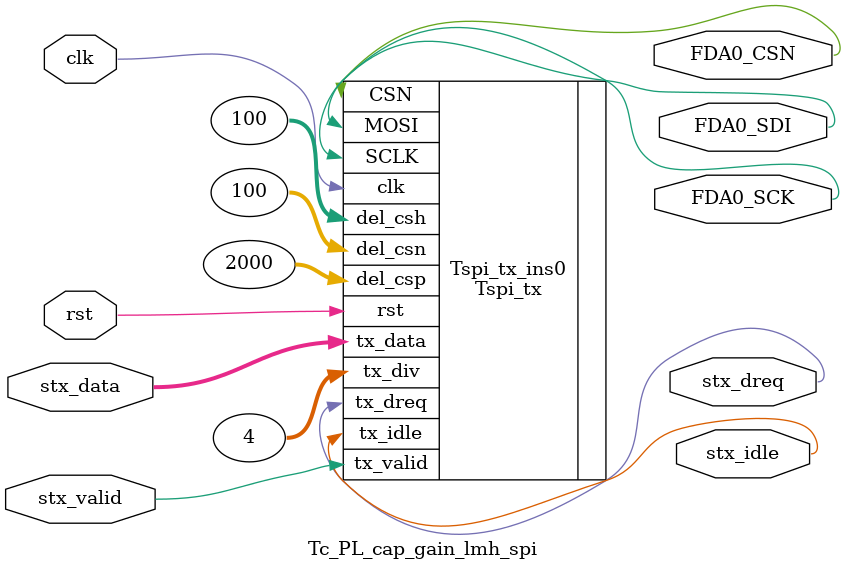
<source format=v>
`timescale 1ns / 1ps


module Tc_PL_cap_gain_lmh_spi
#(
parameter SPI0_0  = 8
)(
input                     clk                ,
input                     rst                ,
output                    stx_idle           ,
output                    stx_dreq           ,
input                     stx_valid          ,
input    [SPI0_0-1:0]     stx_data           ,
output                    FDA0_SCK           ,
output                    FDA0_CSN           ,
output                    FDA0_SDI
    );

Tspi_tx
#(
.SPI0_0 (SPI0_0 ),
.SPI0_1 (32     ),
.SPI0_2 (32     )
)
Tspi_tx_ins0
(
.clk         (clk         ),
.rst         (rst         ),
.tx_idle     (stx_idle    ),
.tx_dreq     (stx_dreq    ),
.tx_valid    (stx_valid   ),
.tx_data     (stx_data    ),
.tx_div      (4           ),
.del_csh     (100         ),
.del_csn     (100         ),
.del_csp     (2000        ),
.CSN         (FDA0_CSN    ),
.SCLK        (FDA0_SCK    ),
.MOSI        (FDA0_SDI    )
    );

endmodule

</source>
